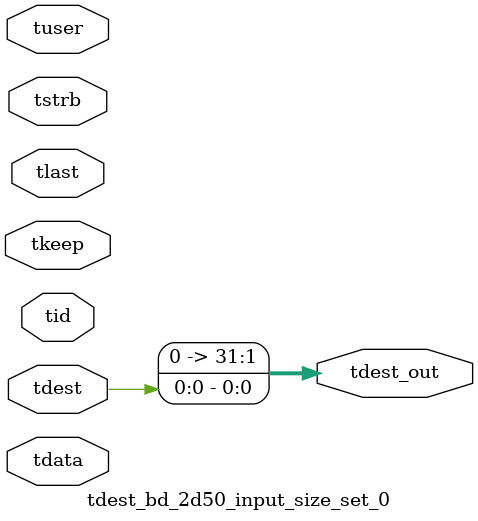
<source format=v>


`timescale 1ps/1ps

module tdest_bd_2d50_input_size_set_0 #
(
parameter C_S_AXIS_TDATA_WIDTH = 32,
parameter C_S_AXIS_TUSER_WIDTH = 0,
parameter C_S_AXIS_TID_WIDTH   = 0,
parameter C_S_AXIS_TDEST_WIDTH = 0,
parameter C_M_AXIS_TDEST_WIDTH = 32
)
(
input  [(C_S_AXIS_TDATA_WIDTH == 0 ? 1 : C_S_AXIS_TDATA_WIDTH)-1:0     ] tdata,
input  [(C_S_AXIS_TUSER_WIDTH == 0 ? 1 : C_S_AXIS_TUSER_WIDTH)-1:0     ] tuser,
input  [(C_S_AXIS_TID_WIDTH   == 0 ? 1 : C_S_AXIS_TID_WIDTH)-1:0       ] tid,
input  [(C_S_AXIS_TDEST_WIDTH == 0 ? 1 : C_S_AXIS_TDEST_WIDTH)-1:0     ] tdest,
input  [(C_S_AXIS_TDATA_WIDTH/8)-1:0 ] tkeep,
input  [(C_S_AXIS_TDATA_WIDTH/8)-1:0 ] tstrb,
input                                                                    tlast,
output [C_M_AXIS_TDEST_WIDTH-1:0] tdest_out
);

assign tdest_out = {tdest[0:0]};

endmodule


</source>
